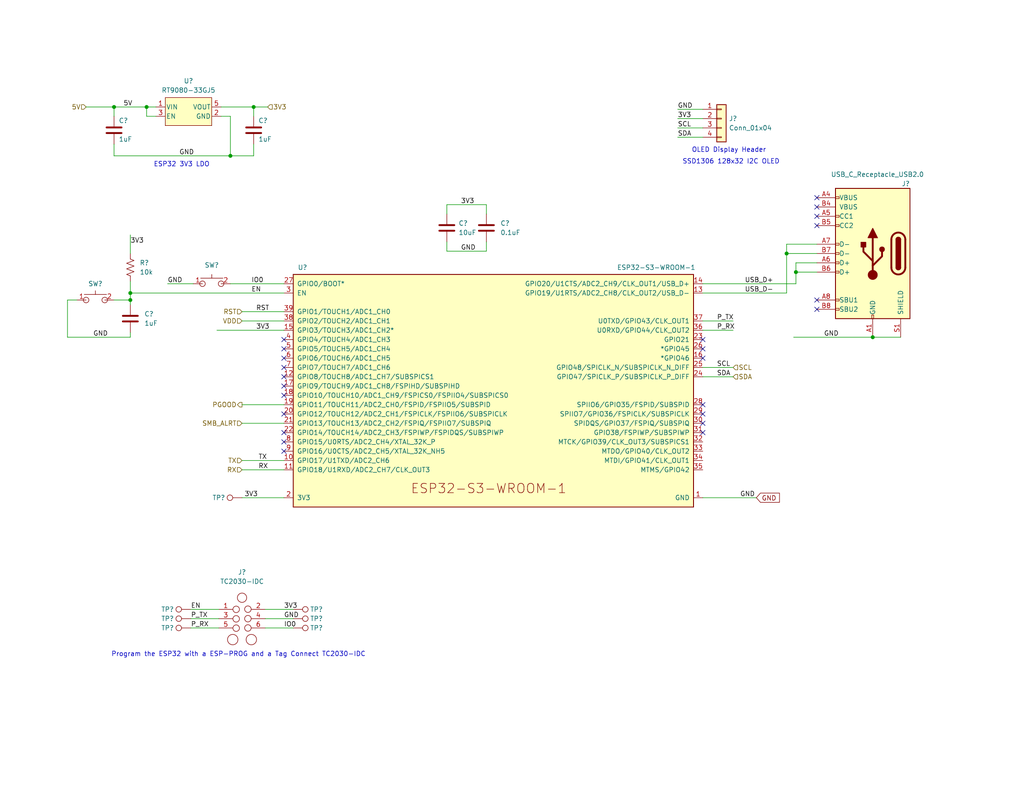
<source format=kicad_sch>
(kicad_sch (version 20250114) (generator "eeschema") (generator_version "9.0")
  (paper "A")
  (title_block (title "hashdisk") (date "2025-07-24") (rev "v3"))
  (lib_symbols
    (symbol "Connector:TestPoint" (pin_numbers (hide yes)) (pin_names (offset 0.762) (hide yes))
      (property "Reference" "TP" (at 0 6.858 0))
      (property "Value" "TestPoint" (at 0 5.08 0))
      (symbol "TestPoint_0_1"
        (circle (center 0 3.302) (radius 0.762))
      )
      (symbol "TestPoint_1_1"
        (pin passive line (at 0 0 90) (length 2.54) (name "1") (number "1"))
      )
    )
    (symbol "Connector_Generic:Conn_01x04" (pin_names (offset 1.016) (hide yes))
      (property "Reference" "J" (at 0 5.08 0))
      (property "Value" "Conn_01x04" (at 0 -7.62 0))
      (symbol "Conn_01x04_1_1"
        (rectangle (start -1.27 3.81) (end 1.27 -6.35) (stroke (width 0.254)) (fill (type background)))
        (rectangle (start -1.27 2.667) (end 0 2.413) (stroke (width 0.1524)))
        (rectangle (start -1.27 0.127) (end 0 -0.127) (stroke (width 0.1524)))
        (rectangle (start -1.27 -2.413) (end 0 -2.667) (stroke (width 0.1524)))
        (rectangle (start -1.27 -4.953) (end 0 -5.207) (stroke (width 0.1524)))
        (pin passive line (at -5.08 2.54 0) (length 3.81) (name "Pin_1") (number "1"))
        (pin passive line (at -5.08 0 0) (length 3.81) (name "Pin_2") (number "2"))
        (pin passive line (at -5.08 -2.54 0) (length 3.81) (name "Pin_3") (number "3"))
        (pin passive line (at -5.08 -5.08 0) (length 3.81) (name "Pin_4") (number "4"))
      )
    )
    (symbol "Device:C" (pin_numbers (hide yes)) (pin_names (offset 0.254))
      (property "Reference" "C" (at 0.635 2.54 0))
      (property "Value" "C" (at 0.635 -2.54 0))
      (symbol "C_0_1"
        (polyline (pts (xy -2.032 0.762) (xy 2.032 0.762)) (stroke (width 0.508)))
        (polyline (pts (xy -2.032 -0.762) (xy 2.032 -0.762)) (stroke (width 0.508)))
      )
      (symbol "C_1_1"
        (pin passive line (at 0 3.81 270) (length 2.794) (name "~") (number "1"))
        (pin passive line (at 0 -3.81 90) (length 2.794) (name "~") (number "2"))
      )
    )
    (symbol "Device:R_US" (pin_numbers (hide yes)) (pin_names (offset 0))
      (property "Reference" "R" (at 2.54 0 90))
      (property "Value" "R_US" (at -2.54 0 90))
      (symbol "R_US_0_1"
        (polyline (pts (xy 0 2.286) (xy 0 2.54)))
        (polyline (pts (xy 0 2.286) (xy 1.016 1.905) (xy 0 1.524) (xy -1.016 1.143) (xy 0 0.762)))
        (polyline (pts (xy 0 0.762) (xy 1.016 0.381) (xy 0 0) (xy -1.016 -0.381) (xy 0 -0.762)))
        (polyline (pts (xy 0 -0.762) (xy 1.016 -1.143) (xy 0 -1.524) (xy -1.016 -1.905) (xy 0 -2.286)))
        (polyline (pts (xy 0 -2.286) (xy 0 -2.54)))
      )
      (symbol "R_US_1_1"
        (pin passive line (at 0 3.81 270) (length 1.27) (name "~") (number "1"))
        (pin passive line (at 0 -3.81 90) (length 1.27) (name "~") (number "2"))
      )
    )
    (symbol "bitaxe:ESP32-S3-WROOM-1" (pin_names (offset 1.016))
      (property "Reference" "U12" (at -50.8 34.925 0))
      (property "Value" "ESP32-S3-WROOM-1" (at 45.72 34.925 0))
      (symbol "ESP32-S3-WROOM-1_0_0"
        (rectangle (start -53.34 33.02) (end 55.88 -30.48) (stroke (width 0.254)) (fill (type background)))
        (text "ESP32-S3-WROOM-1" (at 0 -25.4 0) (effects (font (size 2.54 2.54))))
        (pin bidirectional line (at -55.88 30.48 0) (length 2.54) (name "GPIO0/BOOT*") (number "27"))
        (pin input line (at -55.88 27.94 0) (length 2.54) (name "EN") (number "3"))
        (pin bidirectional line (at -55.88 22.86 0) (length 2.54) (name "GPIO1/TOUCH1/ADC1_CH0") (number "39"))
        (pin bidirectional line (at -55.88 20.32 0) (length 2.54) (name "GPIO2/TOUCH2/ADC1_CH1") (number "38"))
        (pin bidirectional line (at -55.88 17.78 0) (length 2.54) (name "GPIO3/TOUCH3/ADC1_CH2*") (number "15"))
        (pin bidirectional line (at -55.88 15.24 0) (length 2.54) (name "GPIO4/TOUCH4/ADC1_CH3") (number "4"))
        (pin bidirectional line (at -55.88 12.7 0) (length 2.54) (name "GPIO5/TOUCH5/ADC1_CH4") (number "5"))
        (pin bidirectional line (at -55.88 10.16 0) (length 2.54) (name "GPIO6/TOUCH6/ADC1_CH5") (number "6"))
        (pin bidirectional line (at -55.88 7.62 0) (length 2.54) (name "GPIO7/TOUCH7/ADC1_CH6") (number "7"))
        (pin bidirectional line (at -55.88 5.08 0) (length 2.54) (name "GPIO8/TOUCH8/ADC1_CH7/SUBSPICS1") (number "12"))
        (pin bidirectional line (at -55.88 2.54 0) (length 2.54) (name "GPIO9/TOUCH9/ADC1_CH8/FSPIHD/SUBSPIHD") (number "17"))
        (pin bidirectional line (at -55.88 0 0) (length 2.54) (name "GPIO10/TOUCH10/ADC1_CH9/FSPICS0/FSPIIO4/SUBSPICS0") (number "18"))
        (pin bidirectional line (at -55.88 -2.54 0) (length 2.54) (name "GPIO11/TOUCH11/ADC2_CH0/FSPID/FSPIIO5/SUBSPID") (number "19"))
        (pin bidirectional line (at -55.88 -5.08 0) (length 2.54) (name "GPIO12/TOUCH12/ADC2_CH1/FSPICLK/FSPIIO6/SUBSPICLK") (number "20"))
        (pin bidirectional line (at -55.88 -7.62 0) (length 2.54) (name "GPIO13/TOUCH13/ADC2_CH2/FSPIQ/FSPIIO7/SUBSPIQ") (number "21"))
        (pin bidirectional line (at -55.88 -10.16 0) (length 2.54) (name "GPIO14/TOUCH14/ADC2_CH3/FSPIWP/FSPIDQS/SUBSPIWP") (number "22"))
        (pin bidirectional line (at -55.88 -12.7 0) (length 2.54) (name "GPIO15/U0RTS/ADC2_CH4/XTAL_32K_P") (number "8"))
        (pin bidirectional line (at -55.88 -15.24 0) (length 2.54) (name "GPIO16/U0CTS/ADC2_CH5/XTAL_32K_NH5") (number "9"))
        (pin bidirectional line (at -55.88 -17.78 0) (length 2.54) (name "GPIO17/U1TXD/ADC2_CH6") (number "10"))
        (pin bidirectional line (at -55.88 -20.32 0) (length 2.54) (name "GPIO18/U1RXD/ADC2_CH7/CLK_OUT3") (number "11"))
        (pin power_in line (at -55.88 -27.94 0) (length 2.54) (name "3V3") (number "2"))
        (pin bidirectional line (at 58.42 30.48 180) (length 2.54) (name "GPIO20/U1CTS/ADC2_CH9/CLK_OUT1/USB_D+") (number "14"))
        (pin bidirectional line (at 58.42 27.94 180) (length 2.54) (name "GPIO19/U1RTS/ADC2_CH8/CLK_OUT2/USB_D-") (number "13"))
        (pin bidirectional line (at 58.42 20.32 180) (length 2.54) (name "U0TXD/GPIO43/CLK_OUT1") (number "37"))
        (pin bidirectional line (at 58.42 17.78 180) (length 2.54) (name "U0RXD/GPIO44/CLK_OUT2") (number "36"))
        (pin bidirectional line (at 58.42 15.24 180) (length 2.54) (name "GPIO21") (number "23"))
        (pin bidirectional line (at 58.42 12.7 180) (length 2.54) (name "*GPIO45") (number "26"))
        (pin bidirectional line (at 58.42 10.16 180) (length 2.54) (name "*GPIO46") (number "16"))
        (pin bidirectional line (at 58.42 7.62 180) (length 2.54) (name "GPIO48/SPICLK_N/SUBSPICLK_N_DIFF") (number "25"))
        (pin bidirectional line (at 58.42 5.08 180) (length 2.54) (name "GPIO47/SPICLK_P/SUBSPICLK_P_DIFF") (number "24"))
        (pin bidirectional line (at 58.42 -2.54 180) (length 2.54) (name "SPIIO6/GPIO35/FSPID/SUBSPID") (number "28"))
        (pin bidirectional line (at 58.42 -5.08 180) (length 2.54) (name "SPIIO7/GPIO36/FSPICLK/SUBSPICLK") (number "29"))
        (pin bidirectional line (at 58.42 -7.62 180) (length 2.54) (name "SPIDQS/GPIO37/FSPIQ/SUBSPIQ") (number "30"))
        (pin bidirectional line (at 58.42 -10.16 180) (length 2.54) (name "GPIO38/FSPIWP/SUBSPIWP") (number "31"))
        (pin bidirectional line (at 58.42 -12.7 180) (length 2.54) (name "MTCK/GPIO39/CLK_OUT3/SUBSPICS1") (number "32"))
        (pin bidirectional line (at 58.42 -15.24 180) (length 2.54) (name "MTDO/GPIO40/CLK_OUT2") (number "33"))
        (pin bidirectional line (at 58.42 -17.78 180) (length 2.54) (name "MTDI/GPIO41/CLK_OUT1") (number "34"))
        (pin bidirectional line (at 58.42 -20.32 180) (length 2.54) (name "MTMS/GPIO42") (number "35"))
        (pin power_in line (at 58.42 -27.94 180) (length 2.54) (name "GND") (number "1"))
        (pin passive line (at 58.42 -27.94 180) (length 2.54) (hide yes) (name "GND") (number "40"))
        (pin passive line (at 58.42 -27.94 180) (length 2.54) (hide yes) (name "GND") (number "41"))
      )
    )
    (symbol "bitaxe:GT-TC029B-H025-L1N"
      (property "Reference" "SW2" (at 0 3.81 0))
      (symbol "GT-TC029B-H025-L1N_0_1"
        (polyline (pts (xy -3.05 1.52) (xy 3.05 1.52)))
        (circle (center -2.54 0) (radius 0.76))
        (polyline (pts (xy 0 1.52) (xy 0 2.54)))
        (circle (center 2.54 0) (radius 0.76))
        (pin unspecified line (at -5.08 0 0) (length 2.54) (name "~") (number "1"))
        (pin unspecified line (at 5.08 0 180) (length 2.54) (name "~") (number "2"))
      )
    )
    (symbol "bitaxe:RT9080-33GJ5" (pin_names (offset 0.254))
      (property "Reference" "U" (at -6.35 5.08 0))
      (property "Value" "RT9080-33GJ5" (at 0 -5.08 0))
      (symbol "RT9080-33GJ5_1_1"
        (rectangle (start -6.35 3.81) (end 6.35 -3.81) (stroke (width 0.1524)) (fill (type background)))
        (pin power_in line (at -8.89 1.27 0) (length 2.54) (name "VIN") (number "1"))
        (pin input line (at -8.89 -1.27 0) (length 2.54) (name "EN") (number "3"))
        (pin no_connect line (at 0 6.35 270) (length 2.54) (hide yes) (name "NC") (number "4"))
        (pin output line (at 8.89 1.27 180) (length 2.54) (name "VOUT") (number "5"))
        (pin power_in line (at 8.89 -1.27 180) (length 2.54) (name "GND") (number "2"))
      )
    )
    (symbol "bitaxe:TC2030-IDC-NL" (pin_names (offset 1.016) (hide yes))
      (property "Reference" "J5" (at 0 12.7 0))
      (property "Value" "TC2030-IDC" (at 0 10.16 0))
      (symbol "TC2030-IDC-NL_0_1"
        (circle (center -2.54 -5.715) (radius 1.4224))
        (circle (center -1.6002 2.54) (radius 0.889))
        (circle (center 0 5.715) (radius 1.27))
      )
      (symbol "TC2030-IDC-NL_1_1"
        (circle (center -1.6002 -0.0508) (radius 0.889))
        (circle (center -1.6002 -2.5908) (radius 0.889))
        (circle (center 1.6002 2.5908) (radius 0.889))
        (circle (center 1.6002 0) (radius 0.889))
        (circle (center 1.6002 -2.54) (radius 0.889))
        (circle (center 2.54 -5.715) (radius 1.4224))
        (pin passive line (at -6.35 2.54 0) (length 3.81) (name "Pin_1") (number "1"))
        (pin passive line (at -6.35 0 0) (length 3.81) (name "Pin_3") (number "3"))
        (pin passive line (at -6.35 -2.54 0) (length 3.81) (name "Pin_5") (number "5"))
        (pin passive line (at 6.35 2.54 180) (length 3.81) (name "Pin_2") (number "2"))
        (pin passive line (at 6.35 0 180) (length 3.81) (name "Pin_4") (number "4"))
        (pin passive line (at 6.35 -2.54 180) (length 3.81) (name "Pin_6") (number "6"))
      )
    )
    (symbol "bitaxe:USB_C_Receptacle_USB2.0" (pin_names (offset 1.016))
      (property "Reference" "J" (at -10.16 19.05 0))
      (property "Value" "USB_C_Receptacle_USB2.0" (at 19.05 19.05 0))
      (symbol "USB_C_Receptacle_USB2.0_0_0"
        (rectangle (start -0.254 -17.78) (end 0.254 -16.764))
        (rectangle (start 10.16 15.494) (end 9.144 14.986))
        (rectangle (start 10.16 10.414) (end 9.144 9.906))
        (rectangle (start 10.16 7.874) (end 9.144 7.366))
        (rectangle (start 10.16 2.794) (end 9.144 2.286))
        (rectangle (start 10.16 0.254) (end 9.144 -0.254))
        (rectangle (start 10.16 -2.286) (end 9.144 -2.794))
        (rectangle (start 10.16 -4.826) (end 9.144 -5.334))
        (rectangle (start 10.16 -12.446) (end 9.144 -12.954))
        (rectangle (start 10.16 -14.986) (end 9.144 -15.494))
      )
      (symbol "USB_C_Receptacle_USB2.0_0_1"
        (rectangle (start -10.16 17.78) (end 10.16 -17.78) (stroke (width 0.254)) (fill (type background)))
        (polyline (pts (xy -8.89 -3.81) (xy -8.89 3.81)) (stroke (width 0.508)))
        (rectangle (start -7.62 -3.81) (end -6.35 3.81) (stroke (width 0.254)) (fill (type outline)))
        (arc (start -7.62 3.81) (mid -6.985 4.4423) (end -6.35 3.81) (stroke (width 0.254)))
        (arc (start -7.62 3.81) (mid -6.985 4.4423) (end -6.35 3.81) (stroke (width 0.254)) (fill (type outline)))
        (arc (start -8.89 3.81) (mid -6.985 5.7067) (end -5.08 3.81) (stroke (width 0.508)))
        (arc (start -5.08 -3.81) (mid -6.985 -5.7067) (end -8.89 -3.81) (stroke (width 0.508)))
        (arc (start -6.35 -3.81) (mid -6.985 -4.4423) (end -7.62 -3.81) (stroke (width 0.254)))
        (arc (start -6.35 -3.81) (mid -6.985 -4.4423) (end -7.62 -3.81) (stroke (width 0.254)) (fill (type outline)))
        (polyline (pts (xy -5.08 3.81) (xy -5.08 -3.81)) (stroke (width 0.508)))
        (circle (center -2.54 1.143) (radius 0.635) (stroke (width 0.254)) (fill (type outline)))
        (polyline (pts (xy -1.27 4.318) (xy 0 6.858) (xy 1.27 4.318) (xy -1.27 4.318)) (stroke (width 0.254)) (fill (type outline)))
        (polyline (pts (xy 0 -2.032) (xy 2.54 0.508) (xy 2.54 1.778)) (stroke (width 0.508)))
        (polyline (pts (xy 0 -3.302) (xy -2.54 -0.762) (xy -2.54 0.508)) (stroke (width 0.508)))
        (polyline (pts (xy 0 -5.842) (xy 0 4.318)) (stroke (width 0.508)))
        (circle (center 0 -5.842) (radius 1.27) (fill (type outline)))
        (rectangle (start 1.905 1.778) (end 3.175 3.048) (stroke (width 0.254)) (fill (type outline)))
      )
      (symbol "USB_C_Receptacle_USB2.0_1_1"
        (pin passive line (at -7.62 -22.86 90) (length 5.08) (name "SHIELD") (number "S1"))
        (pin passive line (at 0 -22.86 90) (length 5.08) (name "GND") (number "A1"))
        (pin passive line (at 0 -22.86 90) (length 5.08) (hide yes) (name "GND") (number "B1"))
        (pin passive line (at 15.24 15.24 180) (length 5.08) (name "VBUS") (number "A4"))
        (pin passive line (at 15.24 12.7 180) (length 5.08) (name "VBUS") (number "B4"))
        (pin bidirectional line (at 15.24 10.16 180) (length 5.08) (name "CC1") (number "A5"))
        (pin bidirectional line (at 15.24 7.62 180) (length 5.08) (name "CC2") (number "B5"))
        (pin bidirectional line (at 15.24 2.54 180) (length 5.08) (name "D-") (number "A7"))
        (pin bidirectional line (at 15.24 0 180) (length 5.08) (name "D-") (number "B7"))
        (pin bidirectional line (at 15.24 -2.54 180) (length 5.08) (name "D+") (number "A6"))
        (pin bidirectional line (at 15.24 -5.08 180) (length 5.08) (name "D+") (number "B6"))
        (pin bidirectional line (at 15.24 -12.7 180) (length 5.08) (name "SBU1") (number "A8"))
        (pin bidirectional line (at 15.24 -15.24 180) (length 5.08) (name "SBU2") (number "B8"))
      )
    )
  )
  (text "ESP32 3V3 LDO" (at 41.91 45.72 0) (effects (font (size 1.27 1.27)) (justify left bottom)))
  (text "Program the ESP32 with a ESP-PROG and a Tag Connect TC2030-IDC" (at 30.353 179.451 0) (effects (font (size 1.27 1.27)) (justify left bottom)))
  (text "SSD1306 128x32 I2C OLED" (at 186.182 44.958 0) (effects (font (size 1.27 1.27)) (justify left bottom)))
  (text "OLED Display Header" (at 188.722 41.783 0) (effects (font (size 1.27 1.27)) (justify left bottom)))
  (junction (at 214.63 69.215))
  (junction (at 238.125 92.075))
  (junction (at 62.865 42.545))
  (junction (at 217.17 74.295))
  (junction (at 40.005 29.21))
  (junction (at 35.56 80.01))
  (junction (at 35.56 81.915))
  (junction (at 69.215 29.21))
  (junction (at 31.115 29.21))
  (no_connect (at 222.885 81.915))
  (no_connect (at 77.47 95.25))
  (no_connect (at 77.47 107.95))
  (no_connect (at 191.77 110.49))
  (no_connect (at 77.47 100.33))
  (no_connect (at 191.77 97.79))
  (no_connect (at 191.77 95.25))
  (no_connect (at 77.47 113.03))
  (no_connect (at 222.885 53.975))
  (no_connect (at 222.885 56.515))
  (no_connect (at 77.47 97.79))
  (no_connect (at 77.47 120.65))
  (no_connect (at 77.47 105.41))
  (no_connect (at 77.47 123.19))
  (no_connect (at 77.47 102.87))
  (no_connect (at 222.885 59.055))
  (no_connect (at 191.77 115.57))
  (no_connect (at 77.47 92.71))
  (no_connect (at 191.77 113.03))
  (no_connect (at 191.77 92.71))
  (no_connect (at 77.47 118.11))
  (no_connect (at 191.77 118.11))
  (no_connect (at 222.885 84.455))
  (no_connect (at 222.885 61.595))
  (wire (pts (xy 121.92 55.88) (xy 121.92 58.42)))
  (wire (pts (xy 31.115 29.21) (xy 31.115 31.75)))
  (wire (pts (xy 216.535 92.075) (xy 238.125 92.075)))
  (wire (pts (xy 35.56 80.01) (xy 35.56 81.915)))
  (wire (pts (xy 60.325 31.75) (xy 62.865 31.75)))
  (wire (pts (xy 72.39 168.91) (xy 80.01 168.91)))
  (wire (pts (xy 69.215 39.37) (xy 69.215 42.545)))
  (wire (pts (xy 66.04 110.49) (xy 77.47 110.49)))
  (wire (pts (xy 132.715 68.58) (xy 121.92 68.58)))
  (wire (pts (xy 238.125 92.075) (xy 245.745 92.075)))
  (wire (pts (xy 62.865 31.75) (xy 62.865 42.545)))
  (wire (pts (xy 35.56 76.835) (xy 35.56 80.01)))
  (wire (pts (xy 72.39 166.37) (xy 80.01 166.37)))
  (wire (pts (xy 69.215 29.21) (xy 69.215 31.75)))
  (wire (pts (xy 77.47 125.73) (xy 66.04 125.73)))
  (wire (pts (xy 132.715 66.04) (xy 132.715 68.58)))
  (wire (pts (xy 40.005 29.21) (xy 42.545 29.21)))
  (wire (pts (xy 18.415 81.915) (xy 18.415 92.075)))
  (wire (pts (xy 77.47 85.09) (xy 66.04 85.09)))
  (wire (pts (xy 45.72 77.47) (xy 52.705 77.47)))
  (wire (pts (xy 214.63 69.215) (xy 214.63 80.01)))
  (wire (pts (xy 31.115 81.915) (xy 35.56 81.915)))
  (wire (pts (xy 23.495 29.21) (xy 31.115 29.21)))
  (wire (pts (xy 18.415 92.075) (xy 35.56 92.075)))
  (wire (pts (xy 72.39 171.45) (xy 80.01 171.45)))
  (wire (pts (xy 217.17 74.295) (xy 222.885 74.295)))
  (wire (pts (xy 184.912 29.845) (xy 191.77 29.845)))
  (wire (pts (xy 35.56 81.915) (xy 35.56 83.185)))
  (wire (pts (xy 191.77 90.17) (xy 200.025 90.17)))
  (wire (pts (xy 35.56 80.01) (xy 77.47 80.01)))
  (wire (pts (xy 222.885 66.675) (xy 214.63 66.675)))
  (wire (pts (xy 77.47 128.27) (xy 66.04 128.27)))
  (wire (pts (xy 214.63 69.215) (xy 222.885 69.215)))
  (wire (pts (xy 52.07 171.45) (xy 59.69 171.45)))
  (wire (pts (xy 191.77 102.87) (xy 200.025 102.87)))
  (wire (pts (xy 69.215 29.21) (xy 73.025 29.21)))
  (wire (pts (xy 31.115 29.21) (xy 40.005 29.21)))
  (wire (pts (xy 184.912 34.925) (xy 191.77 34.925)))
  (wire (pts (xy 191.77 135.89) (xy 206.375 135.89)))
  (wire (pts (xy 52.07 168.91) (xy 59.69 168.91)))
  (wire (pts (xy 31.115 42.545) (xy 31.115 39.37)))
  (wire (pts (xy 66.04 87.63) (xy 77.47 87.63)))
  (wire (pts (xy 35.56 90.805) (xy 35.56 92.075)))
  (wire (pts (xy 121.92 68.58) (xy 121.92 66.04)))
  (wire (pts (xy 59.182 90.17) (xy 77.47 90.17)))
  (wire (pts (xy 62.865 77.47) (xy 77.47 77.47)))
  (wire (pts (xy 42.545 31.75) (xy 40.005 31.75)))
  (wire (pts (xy 52.07 166.37) (xy 59.69 166.37)))
  (wire (pts (xy 191.77 77.47) (xy 217.17 77.47)))
  (wire (pts (xy 191.77 100.33) (xy 200.025 100.33)))
  (wire (pts (xy 217.17 74.295) (xy 217.17 71.755)))
  (wire (pts (xy 20.955 81.915) (xy 18.415 81.915)))
  (wire (pts (xy 66.04 115.57) (xy 77.47 115.57)))
  (wire (pts (xy 217.17 77.47) (xy 217.17 74.295)))
  (wire (pts (xy 191.77 87.63) (xy 200.025 87.63)))
  (wire (pts (xy 40.005 31.75) (xy 40.005 29.21)))
  (wire (pts (xy 132.715 55.88) (xy 121.92 55.88)))
  (wire (pts (xy 217.17 71.755) (xy 222.885 71.755)))
  (wire (pts (xy 191.77 80.01) (xy 214.63 80.01)))
  (wire (pts (xy 66.04 135.89) (xy 77.47 135.89)))
  (wire (pts (xy 184.912 37.465) (xy 191.77 37.465)))
  (wire (pts (xy 132.715 58.42) (xy 132.715 55.88)))
  (wire (pts (xy 184.912 32.385) (xy 191.77 32.385)))
  (wire (pts (xy 69.215 42.545) (xy 62.865 42.545)))
  (wire (pts (xy 35.56 64.135) (xy 35.56 69.215)))
  (wire (pts (xy 60.325 29.21) (xy 69.215 29.21)))
  (wire (pts (xy 214.63 66.675) (xy 214.63 69.215)))
  (wire (pts (xy 62.865 42.545) (xy 31.115 42.545)))
  (label "P_RX" (at 52.07 171.45 0))
  (label "RST" (at 69.85 85.09 0))
  (label "P_TX" (at 52.07 168.91 0))
  (label "EN" (at 52.07 166.37 0))
  (label "GND" (at 184.912 29.845 0))
  (label "GND" (at 224.79 92.075 0))
  (label "EN" (at 68.58 80.01 0))
  (label "P_RX" (at 195.58 90.17 0))
  (label "IO0" (at 68.58 77.47 0))
  (label "GND" (at 125.73 68.58 0))
  (label "3V3" (at 66.675 135.89 0))
  (label "USB_D-" (at 203.2 80.01 0))
  (label "SDA" (at 195.58 102.87 0))
  (label "TX" (at 70.485 125.73 0))
  (label "3V3" (at 77.47 166.37 0))
  (label "3V3" (at 69.85 90.17 0))
  (label "IO0" (at 77.47 171.45 0))
  (label "SCL" (at 195.58 100.33 0))
  (label "SCL" (at 184.912 34.925 0))
  (label "GND" (at 201.93 135.89 0))
  (label "GND" (at 45.72 77.47 0))
  (label "SDA" (at 184.912 37.465 0))
  (label "3V3" (at 125.73 55.88 0))
  (label "P_TX" (at 195.58 87.63 0))
  (label "3V3" (at 184.912 32.385 0))
  (label "GND" (at 25.4 92.075 0))
  (label "5V" (at 33.655 29.21 0))
  (label "USB_D+" (at 203.2 77.47 0))
  (label "GND" (at 77.47 168.91 0))
  (label "GND" (at 48.895 42.545 0))
  (label "3V3" (at 35.56 66.675 0))
  (label "RX" (at 70.485 128.27 0))
  (global_label "GND" (shape input) (at 206.375 135.89 0) (property "Intersheetrefs" "${INTERSHEET_REFS}" (effects (hide yes))))
  (hierarchical_label "TX" (shape input) (at 66.04 125.73 180))
  (hierarchical_label "RX" (shape input) (at 66.04 128.27 180))
  (hierarchical_label "3V3" (shape input) (at 73.025 29.21 0))
  (hierarchical_label "SCL" (shape input) (at 200.025 100.33 0))
  (hierarchical_label "RST" (shape input) (at 66.04 85.09 180))
  (hierarchical_label "SDA" (shape input) (at 200.025 102.87 0))
  (hierarchical_label "PGOOD" (shape output) (at 66.04 110.49 180))
  (hierarchical_label "SMB_ALRT" (shape input) (at 66.04 115.57 180))
  (hierarchical_label "5V" (shape input) (at 23.495 29.21 180))
  (hierarchical_label "VDD" (shape input) (at 66.04 87.63 180))
  (symbol (lib_id "Device:C") (at 35.56 86.995 0) (unit 1)
    (property "Reference" "C?" (at 39.37 85.7249 0) (effects (justify left)))
    (property "Value" "1uF" (at 39.37 88.2649 0) (effects (justify left)))
    (property "Footprint" "Capacitor_SMD:C_0402_1005Metric" (effects (hide yes)))
    (property "DK" "587-5514-1-ND" (effects (hide yes)))
    (property "PARTNO" "EMK105BJ105MV-F" (effects (hide yes)))
  )
  (symbol (lib_id "Device:C") (at 132.715 62.23 0) (unit 1)
    (property "Reference" "C?" (at 136.525 60.9599 0) (effects (justify left)))
    (property "Value" "0.1uF" (at 136.525 63.4999 0) (effects (justify left)))
    (property "Footprint" "Capacitor_SMD:C_0402_1005Metric" (effects (hide yes)))
    (property "DK" "1276-1234-1-ND" (effects (hide yes)))
    (property "PARTNO" "CL05A104KO5NNNC" (effects (hide yes)))
  )
  (symbol (lib_id "Connector_Generic:Conn_01x04") (at 196.85 32.385 0) (unit 1) (in_bom no)
    (property "Reference" "J?" (at 198.882 32.3849 0) (effects (justify left)))
    (property "Value" "Conn_01x04" (at 198.882 34.9249 0) (effects (justify left)))
    (property "Footprint" "bitaxe:PinHeader_1x04_P2.54mm_Vertical_shifted" (effects (hide yes)))
  )
  (symbol (lib_id "bitaxe:GT-TC029B-H025-L1N") (at 57.785 77.47 0) (unit 1)
    (property "Reference" "SW?" (at 57.785 72.39 0))
    (property "Value" "GT-TC029B-H025-L1N" (effects (hide yes)))
    (property "Footprint" "bitaxe:SW_CS1213AGF260_CRS" (effects (hide yes)))
    (property "Datasheet" "https://www.citrelay.com/Catalog%20Pages/SwitchCatalog/CS1213.pdf" (effects (hide yes)))
    (property "DK" "2449-CS1213AGF260CT-ND" (effects (hide yes)))
    (property "PARTNO" "CS1213AGF260" (effects (hide yes)))
  )
  (symbol (lib_id "bitaxe:RT9080-33GJ5") (at 51.435 30.48 0) (unit 1)
    (property "Reference" "U?" (at 51.435 22.098 0))
    (property "Value" "RT9080-33GJ5" (at 51.435 24.638 0))
    (property "Footprint" "bitaxe:RT9080-33GJ5" (effects (hide yes)))
    (property "Datasheet" "https://www.richtek.com/assets/product_file/RT9080/DS9080-05.pdf" (effects (hide yes)))
    (property "DK" "1028-1509-1-ND" (effects (hide yes)))
    (property "PARTNO" "RT9080-33GJ5" (effects (hide yes)))
  )
  (symbol (lib_id "Connector:TestPoint") (at 52.07 168.91 90) (mirror x) (unit 1) (in_bom no)
    (property "Reference" "TP?" (at 45.72 168.91 90))
    (property "Value" "TestPoint" (effects (hide yes)))
    (property "Footprint" "TestPoint:TestPoint_Pad_D1.5mm" (effects (hide yes)))
  )
  (symbol (lib_id "Connector:TestPoint") (at 80.01 171.45 270) (mirror x) (unit 1) (in_bom no)
    (property "Reference" "TP?" (at 86.36 171.45 90))
    (property "Value" "TestPoint" (effects (hide yes)))
    (property "Footprint" "TestPoint:TestPoint_Pad_D1.5mm" (effects (hide yes)))
  )
  (symbol (lib_id "Device:R_US") (at 35.56 73.025 0) (unit 1)
    (property "Reference" "R?" (at 38.1 71.7549 0) (effects (justify left)))
    (property "Value" "10k" (at 38.1 74.2949 0) (effects (justify left)))
    (property "Footprint" "Resistor_SMD:R_0402_1005Metric" (effects (hide yes)))
    (property "DK" "311-10KJRCT-ND" (effects (hide yes)))
    (property "PARTNO" "RC0402JR-0710KL" (effects (hide yes)))
  )
  (symbol (lib_id "Connector:TestPoint") (at 80.01 166.37 270) (mirror x) (unit 1) (in_bom no)
    (property "Reference" "TP?" (at 86.36 166.37 90))
    (property "Value" "TestPoint" (effects (hide yes)))
    (property "Footprint" "TestPoint:TestPoint_Pad_D1.5mm" (effects (hide yes)))
  )
  (symbol (lib_id "bitaxe:TC2030-IDC-NL") (at 66.04 168.91 0) (unit 1) (in_bom no)
    (property "Reference" "J?" (at 66.04 156.21 0))
    (property "Value" "TC2030-IDC" (at 66.04 158.75 0))
    (property "Footprint" "bitaxe:Tag-Connect_TC2030-IDC-NL_2x03_P1.27mm_Vertical" (effects (hide yes)))
  )
  (symbol (lib_id "Device:C") (at 69.215 35.56 0) (unit 1)
    (property "Reference" "C?" (at 70.485 33.655 0) (effects (justify left bottom)))
    (property "Value" "1uF" (at 70.485 38.735 0) (effects (justify left bottom)))
    (property "Footprint" "Capacitor_SMD:C_0402_1005Metric" (effects (hide yes)))
    (property "DK" "587-5514-1-ND" (effects (hide yes)))
    (property "PARTNO" "EMK105BJ105MV-F" (effects (hide yes)))
  )
  (symbol (lib_id "Device:C") (at 121.92 62.23 0) (unit 1)
    (property "Reference" "C?" (at 125.095 60.9599 0) (effects (justify left)))
    (property "Value" "10uF" (at 125.095 63.4999 0) (effects (justify left)))
    (property "Footprint" "Capacitor_SMD:C_0805_2012Metric" (effects (hide yes)))
    (property "DK" "1276-1096-1-ND" (effects (hide yes)))
    (property "PARTNO" "CL21A106KOQNNNE" (effects (hide yes)))
  )
  (symbol (lib_id "Connector:TestPoint") (at 80.01 168.91 270) (mirror x) (unit 1) (in_bom no)
    (property "Reference" "TP?" (at 86.36 168.91 90))
    (property "Value" "TestPoint" (effects (hide yes)))
    (property "Footprint" "TestPoint:TestPoint_Pad_D1.5mm" (effects (hide yes)))
  )
  (symbol (lib_id "bitaxe:USB_C_Receptacle_USB2.0") (at 238.125 69.215 0) (mirror y) (unit 1)
    (property "Reference" "J?" (at 248.285 50.165 0) (effects (justify left)))
    (property "Value" "USB_C_Receptacle_USB2.0" (at 226.695 47.625 0) (effects (justify right)))
    (property "Footprint" "bitaxe:USB_C_Receptacle_GCT_USB4105-xx-A" (effects (hide yes)))
    (property "Datasheet" "https://www.usb.org/sites/default/files/documents/usb_type-c.zip" (effects (hide yes)))
    (property "DK" "2073-USB4105-GF-ACT-ND" (effects (hide yes)))
    (property "PARTNO" "USB4105-GF-A" (effects (hide yes)))
  )
  (symbol (lib_id "Connector:TestPoint") (at 66.04 135.89 90) (mirror x) (unit 1) (in_bom no)
    (property "Reference" "TP?" (at 59.69 135.89 90))
    (property "Value" "TestPoint" (effects (hide yes)))
    (property "Footprint" "TestPoint:TestPoint_Pad_D1.5mm" (effects (hide yes)))
  )
  (symbol (lib_id "Connector:TestPoint") (at 52.07 166.37 90) (mirror x) (unit 1) (in_bom no)
    (property "Reference" "TP?" (at 45.72 166.37 90))
    (property "Value" "TestPoint" (effects (hide yes)))
    (property "Footprint" "TestPoint:TestPoint_Pad_D1.5mm" (effects (hide yes)))
  )
  (symbol (lib_id "Connector:TestPoint") (at 52.07 171.45 90) (mirror x) (unit 1) (in_bom no)
    (property "Reference" "TP?" (at 45.72 171.45 90))
    (property "Value" "TestPoint" (effects (hide yes)))
    (property "Footprint" "TestPoint:TestPoint_Pad_D1.5mm" (effects (hide yes)))
  )
  (symbol (lib_id "Device:C") (at 31.115 35.56 0) (unit 1)
    (property "Reference" "C?" (at 32.385 33.655 0) (effects (justify left bottom)))
    (property "Value" "1uF" (at 32.385 38.735 0) (effects (justify left bottom)))
    (property "Footprint" "Capacitor_SMD:C_0402_1005Metric" (effects (hide yes)))
    (property "DK" "587-5514-1-ND" (effects (hide yes)))
    (property "PARTNO" "EMK105BJ105MV-F" (effects (hide yes)))
  )
  (symbol (lib_id "bitaxe:ESP32-S3-WROOM-1") (at 133.35 107.95 0) (unit 1)
    (property "Reference" "U?" (at 82.55 73.025 0))
    (property "Value" "ESP32-S3-WROOM-1" (at 179.07 73.025 0))
    (property "Footprint" "bitaxe:ESP32-S3-WROOM-1" (effects (hide yes)))
    (property "Datasheet" "https://www.espressif.com/sites/default/files/documentation/esp32-s3-wroom-1_wroom-1u_datasheet_en.pdf" (effects (hide yes)))
    (property "DK" "1965-ESP32-S3-WROOM-1-N16R8CT-ND" (effects (hide yes)))
    (property "PARTNO" "ESP32-S3-WROOM-1-N16R8" (effects (hide yes)))
  )
  (symbol (lib_id "bitaxe:GT-TC029B-H025-L1N") (at 26.035 81.915 0) (unit 1)
    (property "Reference" "SW?" (at 26.035 77.47 0))
    (property "Value" "GT-TC029B-H025-L1N" (effects (hide yes)))
    (property "Footprint" "bitaxe:SW_CS1213AGF260_CRS" (effects (hide yes)))
    (property "Datasheet" "https://www.citrelay.com/Catalog%20Pages/SwitchCatalog/CS1213.pdf" (effects (hide yes)))
    (property "DK" "2449-CS1213AGF260CT-ND" (effects (hide yes)))
    (property "PARTNO" "CS1213AGF260" (effects (hide yes)))
  )
)
</source>
